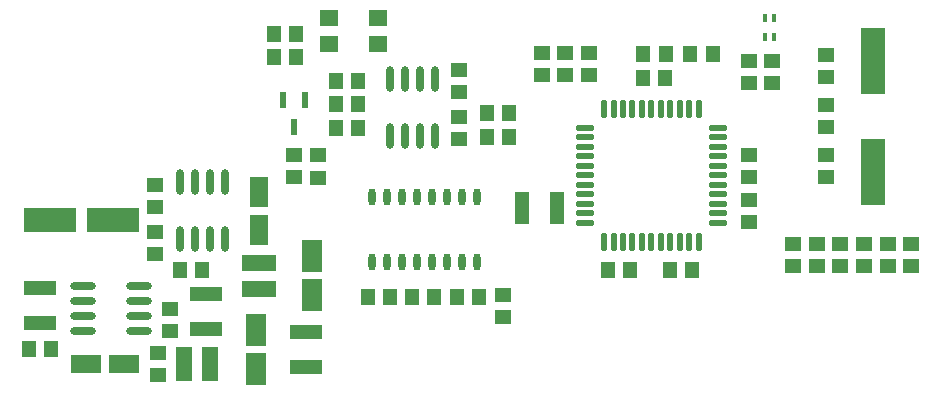
<source format=gtp>
G04*
G04 #@! TF.GenerationSoftware,Altium Limited,Altium Designer,20.0.11 (256)*
G04*
G04 Layer_Color=8421504*
%FSLAX25Y25*%
%MOIN*%
G70*
G01*
G75*
%ADD19R,0.05512X0.04528*%
%ADD20R,0.05315X0.04724*%
%ADD21O,0.02165X0.06299*%
%ADD22O,0.06299X0.02165*%
%ADD23R,0.01575X0.03150*%
%ADD24R,0.04528X0.05512*%
%ADD25R,0.08071X0.21850*%
%ADD26R,0.04921X0.10630*%
%ADD27O,0.02362X0.05709*%
%ADD28R,0.04724X0.05315*%
%ADD29R,0.07087X0.10630*%
%ADD30O,0.02362X0.08661*%
%ADD31R,0.02362X0.05709*%
%ADD32R,0.05906X0.05512*%
%ADD33R,0.10630X0.04921*%
%ADD34R,0.10039X0.06102*%
%ADD35R,0.05512X0.11811*%
%ADD36O,0.08661X0.02362*%
%ADD37R,0.06102X0.10039*%
%ADD38R,0.17323X0.07874*%
%ADD39R,0.11811X0.05512*%
D19*
X375000Y47539D02*
D03*
Y54823D02*
D03*
X335630Y47539D02*
D03*
Y54823D02*
D03*
X346457Y117815D02*
D03*
Y110531D02*
D03*
Y77067D02*
D03*
Y84350D02*
D03*
X320866Y62106D02*
D03*
Y69390D02*
D03*
X320866Y84350D02*
D03*
Y77067D02*
D03*
X224409Y89862D02*
D03*
Y97146D02*
D03*
X238976Y30610D02*
D03*
Y37894D02*
D03*
X251794Y118391D02*
D03*
Y111108D02*
D03*
X224410Y105610D02*
D03*
Y112894D02*
D03*
X169291Y77067D02*
D03*
Y84351D02*
D03*
X127953Y33169D02*
D03*
Y25886D02*
D03*
X124016Y11122D02*
D03*
Y18405D02*
D03*
D20*
X367126Y47441D02*
D03*
Y54921D02*
D03*
X343504Y47441D02*
D03*
Y54921D02*
D03*
X320866Y115945D02*
D03*
Y108465D02*
D03*
X328740Y115945D02*
D03*
Y108465D02*
D03*
X346457Y93701D02*
D03*
Y101181D02*
D03*
X359252Y47441D02*
D03*
Y54921D02*
D03*
X351378Y47441D02*
D03*
Y54921D02*
D03*
X267542Y111009D02*
D03*
Y118489D02*
D03*
X259668Y111009D02*
D03*
Y118489D02*
D03*
X177165Y84449D02*
D03*
Y76968D02*
D03*
X123031Y51378D02*
D03*
Y58858D02*
D03*
X123031Y74606D02*
D03*
Y67126D02*
D03*
D21*
X272638Y100000D02*
D03*
X275787D02*
D03*
X278937D02*
D03*
X282087D02*
D03*
X285236D02*
D03*
X288386D02*
D03*
X291535D02*
D03*
X294685D02*
D03*
X297835D02*
D03*
X300984D02*
D03*
X304134D02*
D03*
Y55512D02*
D03*
X300984D02*
D03*
X297835D02*
D03*
X294685D02*
D03*
X291535D02*
D03*
X288386D02*
D03*
X285236D02*
D03*
X282087D02*
D03*
X278937D02*
D03*
X275787D02*
D03*
X272638D02*
D03*
D22*
X310630Y93504D02*
D03*
Y90354D02*
D03*
Y87205D02*
D03*
Y84055D02*
D03*
Y80905D02*
D03*
Y77756D02*
D03*
Y74606D02*
D03*
Y71457D02*
D03*
Y68307D02*
D03*
Y65158D02*
D03*
Y62008D02*
D03*
X266142D02*
D03*
Y65158D02*
D03*
Y68307D02*
D03*
Y71457D02*
D03*
Y74606D02*
D03*
Y77756D02*
D03*
Y80905D02*
D03*
Y84055D02*
D03*
Y87205D02*
D03*
Y90354D02*
D03*
Y93504D02*
D03*
D23*
X329232Y123763D02*
D03*
Y130259D02*
D03*
X326279D02*
D03*
Y123763D02*
D03*
D24*
X293012Y110236D02*
D03*
X285728D02*
D03*
X169980Y125000D02*
D03*
X162697D02*
D03*
X230807Y37205D02*
D03*
X223524D02*
D03*
X301870Y46260D02*
D03*
X294587D02*
D03*
X273917D02*
D03*
X281201D02*
D03*
X183366Y101378D02*
D03*
X190650D02*
D03*
X193996Y37205D02*
D03*
X201279D02*
D03*
X208760Y37205D02*
D03*
X216043D02*
D03*
X138484Y46260D02*
D03*
X131201D02*
D03*
X88287Y19685D02*
D03*
X81004D02*
D03*
X162697Y117126D02*
D03*
X169980D02*
D03*
D25*
X362205Y115945D02*
D03*
Y78937D02*
D03*
D26*
X245177Y66929D02*
D03*
X256791D02*
D03*
D27*
X195098Y48917D02*
D03*
X200098D02*
D03*
X205099D02*
D03*
X210099D02*
D03*
X215099D02*
D03*
X220098D02*
D03*
X225098D02*
D03*
X230099D02*
D03*
X195098Y70374D02*
D03*
X200098D02*
D03*
X205099D02*
D03*
X210099D02*
D03*
X215099D02*
D03*
X220098D02*
D03*
X225098D02*
D03*
X230099D02*
D03*
D28*
X233465Y90551D02*
D03*
X240945D02*
D03*
X285630Y118110D02*
D03*
X293110D02*
D03*
X301378Y118110D02*
D03*
X308858D02*
D03*
X240945Y98425D02*
D03*
X233465D02*
D03*
X190748Y93504D02*
D03*
X183268D02*
D03*
Y109252D02*
D03*
X190748D02*
D03*
D29*
X175197Y50689D02*
D03*
Y37894D02*
D03*
X156496Y26083D02*
D03*
Y13287D02*
D03*
D30*
X201161Y90945D02*
D03*
X206161D02*
D03*
X211161D02*
D03*
X216161D02*
D03*
X201161Y109843D02*
D03*
X206161D02*
D03*
X211161D02*
D03*
X216161D02*
D03*
X131280Y56496D02*
D03*
X136279D02*
D03*
X141279D02*
D03*
X146280D02*
D03*
X131280Y75394D02*
D03*
X136279D02*
D03*
X141279D02*
D03*
X146280D02*
D03*
D31*
X169291Y93996D02*
D03*
X165551Y102854D02*
D03*
X173031D02*
D03*
D32*
X180807Y130315D02*
D03*
Y121654D02*
D03*
X197146Y130315D02*
D03*
Y121654D02*
D03*
D33*
X173228Y13878D02*
D03*
Y25492D02*
D03*
X139764Y38287D02*
D03*
Y26673D02*
D03*
X84646Y40256D02*
D03*
Y28642D02*
D03*
D34*
X100000Y14764D02*
D03*
X112599D02*
D03*
D35*
X132480Y14764D02*
D03*
X141142D02*
D03*
D36*
X117717Y25964D02*
D03*
Y30964D02*
D03*
Y35965D02*
D03*
Y40964D02*
D03*
X98819Y25964D02*
D03*
Y30964D02*
D03*
Y35965D02*
D03*
Y40964D02*
D03*
D37*
X157480Y59646D02*
D03*
Y72244D02*
D03*
D38*
X87992Y62992D02*
D03*
X108858D02*
D03*
D39*
X157480Y48622D02*
D03*
Y39961D02*
D03*
M02*

</source>
